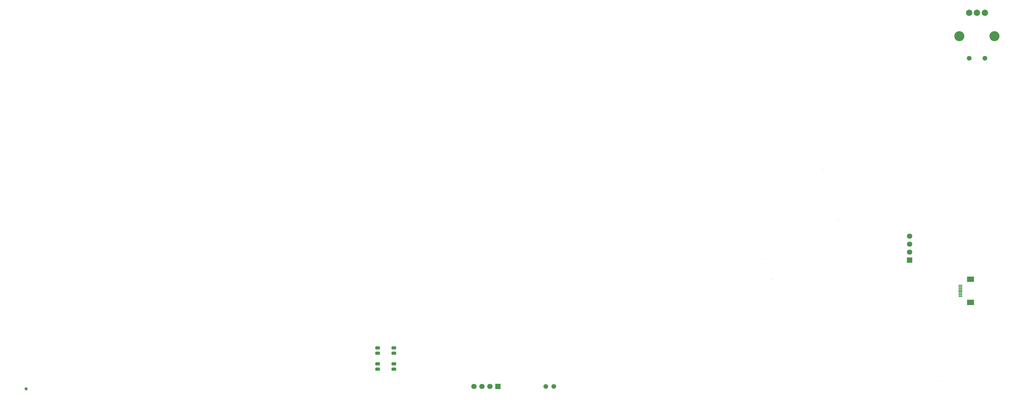
<source format=gbr>
%TF.GenerationSoftware,KiCad,Pcbnew,9.0.4*%
%TF.CreationDate,2025-10-15T10:28:24+01:00*%
%TF.ProjectId,SHEGO75-V2.2,53484547-4f37-4352-9d56-322e322e6b69,rev?*%
%TF.SameCoordinates,Original*%
%TF.FileFunction,Soldermask,Top*%
%TF.FilePolarity,Negative*%
%FSLAX46Y46*%
G04 Gerber Fmt 4.6, Leading zero omitted, Abs format (unit mm)*
G04 Created by KiCad (PCBNEW 9.0.4) date 2025-10-15 10:28:24*
%MOMM*%
%LPD*%
G01*
G04 APERTURE LIST*
G04 Aperture macros list*
%AMRoundRect*
0 Rectangle with rounded corners*
0 $1 Rounding radius*
0 $2 $3 $4 $5 $6 $7 $8 $9 X,Y pos of 4 corners*
0 Add a 4 corners polygon primitive as box body*
4,1,4,$2,$3,$4,$5,$6,$7,$8,$9,$2,$3,0*
0 Add four circle primitives for the rounded corners*
1,1,$1+$1,$2,$3*
1,1,$1+$1,$4,$5*
1,1,$1+$1,$6,$7*
1,1,$1+$1,$8,$9*
0 Add four rect primitives between the rounded corners*
20,1,$1+$1,$2,$3,$4,$5,0*
20,1,$1+$1,$4,$5,$6,$7,0*
20,1,$1+$1,$6,$7,$8,$9,0*
20,1,$1+$1,$8,$9,$2,$3,0*%
G04 Aperture macros list end*
%ADD10C,0.000000*%
%ADD11RoundRect,0.250000X-0.475000X-0.250000X0.475000X-0.250000X0.475000X0.250000X-0.475000X0.250000X0*%
%ADD12R,1.700000X1.700000*%
%ADD13C,1.700000*%
%ADD14C,1.500000*%
%ADD15C,2.000000*%
%ADD16C,3.200000*%
%ADD17C,1.000000*%
%ADD18R,1.300000X0.300000*%
%ADD19R,2.200000X1.800000*%
G04 APERTURE END LIST*
D10*
%TO.C,G\u002A\u002A\u002A*%
G36*
X262909286Y-111593178D02*
G01*
X262836297Y-111666167D01*
X262763309Y-111593178D01*
X262836297Y-111520190D01*
X262909286Y-111593178D01*
G37*
G36*
X264077102Y-63420765D02*
G01*
X264004114Y-63493753D01*
X263931125Y-63420765D01*
X264004114Y-63347776D01*
X264077102Y-63420765D01*
G37*
G36*
X265244918Y-108819615D02*
G01*
X265171930Y-108892604D01*
X265098941Y-108819615D01*
X265171930Y-108746627D01*
X265244918Y-108819615D01*
G37*
G36*
X265974803Y-107359845D02*
G01*
X265901815Y-107432834D01*
X265828826Y-107359845D01*
X265901815Y-107286857D01*
X265974803Y-107359845D01*
G37*
G36*
X266558711Y-82981684D02*
G01*
X266485723Y-83054673D01*
X266412734Y-82981684D01*
X266485723Y-82908696D01*
X266558711Y-82981684D01*
G37*
G36*
X268310435Y-115388581D02*
G01*
X268237447Y-115461569D01*
X268164458Y-115388581D01*
X268237447Y-115315592D01*
X268310435Y-115388581D01*
G37*
G36*
X274879401Y-82689730D02*
G01*
X274806412Y-82762719D01*
X274733424Y-82689730D01*
X274806412Y-82616742D01*
X274879401Y-82689730D01*
G37*
G36*
X284513884Y-80500075D02*
G01*
X284440895Y-80573063D01*
X284367907Y-80500075D01*
X284440895Y-80427086D01*
X284513884Y-80500075D01*
G37*
G36*
X289331125Y-96849500D02*
G01*
X289258137Y-96922489D01*
X289185148Y-96849500D01*
X289258137Y-96776512D01*
X289331125Y-96849500D01*
G37*
G36*
X297505838Y-89258696D02*
G01*
X297432849Y-89331684D01*
X297359861Y-89258696D01*
X297432849Y-89185707D01*
X297505838Y-89258696D01*
G37*
G36*
X303928826Y-128088581D02*
G01*
X303855838Y-128161569D01*
X303782849Y-128088581D01*
X303855838Y-128015592D01*
X303928826Y-128088581D01*
G37*
G36*
X322321930Y-147941454D02*
G01*
X322248941Y-148014443D01*
X322175953Y-147941454D01*
X322248941Y-147868466D01*
X322321930Y-147941454D01*
G37*
%TD*%
D11*
%TO.C,RES1*%
X147825000Y-144100000D03*
X142675000Y-144100000D03*
X147825000Y-142400000D03*
X142675000Y-142400000D03*
%TD*%
D12*
%TO.C,SWD2*%
X311972000Y-109347000D03*
D13*
X311972000Y-106807000D03*
X311972000Y-104267000D03*
X311972000Y-101727000D03*
%TD*%
D11*
%TO.C,BOOT1*%
X142681250Y-137262500D03*
X147831250Y-137262500D03*
X142681250Y-138962500D03*
X147831250Y-138962500D03*
%TD*%
D14*
%TO.C,UART1*%
X198757880Y-149606000D03*
X196217880Y-149606000D03*
%TD*%
D15*
%TO.C,ENC1*%
X335875000Y-30600000D03*
X330875000Y-30600000D03*
X333375000Y-30600000D03*
D16*
X327775000Y-38100000D03*
X338975000Y-38100000D03*
D14*
X335875000Y-45100000D03*
X330875000Y-45100000D03*
%TD*%
D17*
%TO.C,REF\u002A\u002A*%
X30800000Y-150350000D03*
%TD*%
D18*
%TO.C,TFT1*%
X328096000Y-117376001D03*
X328096000Y-119376000D03*
X328096000Y-120376000D03*
X328096000Y-120875999D03*
D19*
X331346000Y-122776000D03*
X331346000Y-115476000D03*
D18*
X328096000Y-119876001D03*
X328096000Y-118375999D03*
X328096000Y-118876000D03*
X328096000Y-117876000D03*
%TD*%
D12*
%TO.C,SWD1*%
X180977880Y-149606000D03*
D13*
X178437880Y-149606000D03*
X175897880Y-149606000D03*
X173357880Y-149606000D03*
%TD*%
M02*

</source>
